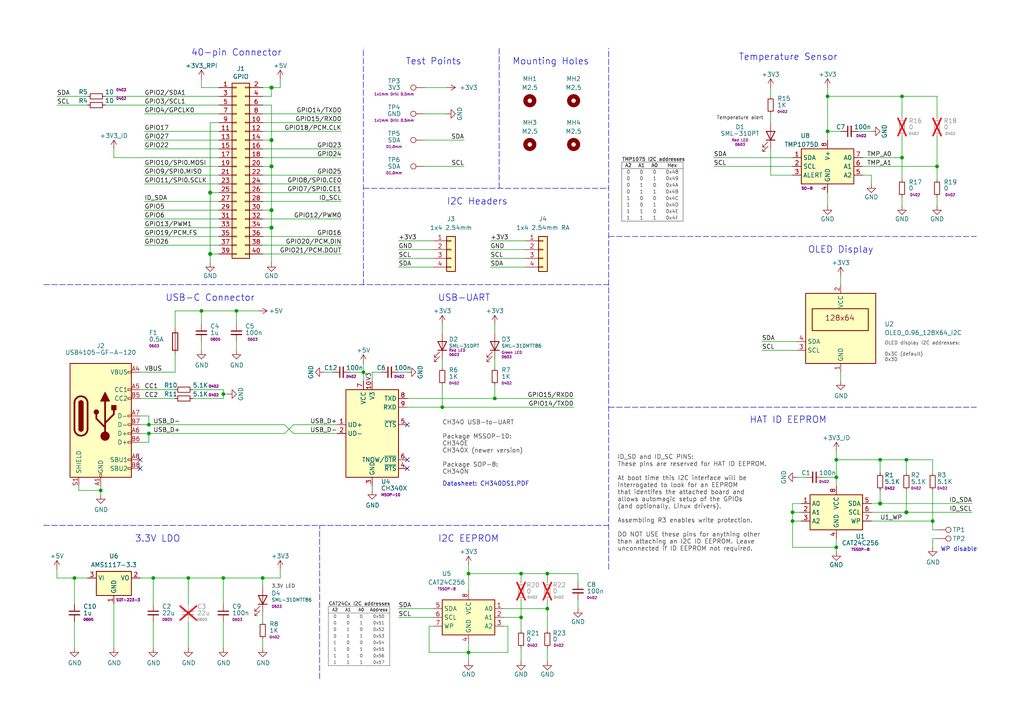
<source format=kicad_sch>
(kicad_sch (version 20250114) (generator "eeschema") (generator_version "9.0")
  (paper "A4")
  (title_block (title "Raspberry Pi I2C Board") (date "2025-12-28") (rev "1.0") (comment 1 "https://github.com/4x1md/rpi_zero_i2c_board") (comment 2 "4X1MD") (comment 3 "Dmitry Melnichansky") (comment 4 "Designed by"))
  (text "OLED Display" (at 243.84 73.66 0) (effects (font (size 1.905 1.905)) (justify bottom)))
  (text "USB-C Connector" (at 60.96 87.63 0) (effects (font (size 1.905 1.905)) (justify bottom)))
  (text "Mounting Holes" (at 148.59 19.05 0) (effects (font (size 1.905 1.905)) (justify left bottom)))
  (text "3.3V LED" (at 78.74 170.18 0) (effects (font (size 1 1)) (justify left)))
  (text "Test Points" (at 125.73 19.05 0) (effects (font (size 1.905 1.905)) (justify bottom)))
  (text "3.3V LDO" (at 45.72 157.48 0) (effects (font (size 1.905 1.905)) (justify bottom)))
  (text "USB-UART" (at 134.62 87.63 0) (effects (font (size 1.905 1.905)) (justify bottom)))
  (text "I2C EEPROM" (at 135.89 157.48 0) (effects (font (size 1.905 1.905)) (justify bottom)))
  (text "WP disable" (at 278.13 159.385 0) (effects (font (size 1.27 1.27))))
  (text "ID_SD and ID_SC PINS:\nThese pins are reserved for HAT ID EEPROM.\n\nAt boot time this I2C interface will be\ninterrogated to look for an EEPROM\nthat identifes the attached board and\nallows automagic setup of the GPIOs\n(and optionally, Linux drivers).\n\nAssembling R3 enables write protection.\n\nDO NOT USE these pins for anything other\nthan attaching an I2C ID EEPROM. Leave\nunconnected if ID EEPROM not required." (at 179.07 160.02 0) (effects (font (size 1.27 1.27)) (justify left bottom)))
  (text "CH340 USB-to-UART\n\nPackage MSSOP-10:\nCH340E\nCH340X (newer version)\n\nPackage SOP-8:\nCH340N" (at 128.27 121.92 0) (effects (font (size 1.27 1.27)) (justify left top)))
  (text "Datasheet: CH340DS1.PDF" (at 128.27 139.7 0) (effects (font (size 1.27 1.27)) (justify left top)))
  (text "40-pin Connector" (at 68.58 16.51 0) (effects (font (size 1.905 1.905)) (justify bottom)))
  (text "OLED display I2C addresses:\n\n0x3C (default)\n0x3D" (at 256.54 99.06 0) (effects (font (size 1 1) (thickness 0.125)) (justify left top)))
  (text "TMP1075 I2C addresses" (at 180.34 46.99 0) (effects (font (size 1 1) (thickness 0.2) (bold yes)) (justify left bottom)))
  (text "CAT24Cx I2C addresses" (at 95.25 175.895 0) (effects (font (size 1 1) (thickness 0.1778) (bold yes)) (justify left bottom)))
  (text "Temperature Sensor" (at 228.6 17.78 0) (effects (font (size 1.905 1.905)) (justify bottom)))
  (text "HAT ID EEPROM" (at 228.6 121.92 0) (effects (font (size 1.905 1.905))))
  (text "Temperature alert" (at 214.63 34.29 0) (effects (font (size 1 1))))
  (text "I2C Headers" (at 138.43 59.69 0) (effects (font (size 1.905 1.905)) (justify bottom)))
  (junction (at 261.62 27.94))
  (junction (at 78.74 60.96) (diameter 1.016))
  (junction (at 21.59 167.64))
  (junction (at 240.03 27.94))
  (junction (at 135.89 189.23))
  (junction (at 242.57 158.75))
  (junction (at 78.74 66.04) (diameter 1.016))
  (junction (at 255.27 146.05) (diameter 1.016))
  (junction (at 151.13 166.37))
  (junction (at 262.89 133.35))
  (junction (at 58.42 90.17))
  (junction (at 64.77 167.64))
  (junction (at 60.96 55.88) (diameter 1.016))
  (junction (at 261.62 45.72))
  (junction (at 54.61 167.64))
  (junction (at 78.74 48.26) (diameter 1.016))
  (junction (at 240.03 38.1))
  (junction (at 135.89 166.37))
  (junction (at 78.74 40.64) (diameter 1.016))
  (junction (at 270.51 151.13))
  (junction (at 229.87 148.59))
  (junction (at 105.41 107.95))
  (junction (at 64.77 114.3))
  (junction (at 68.58 90.17))
  (junction (at 43.18 123.19))
  (junction (at 271.78 48.26))
  (junction (at 44.45 167.64))
  (junction (at 143.51 115.57))
  (junction (at 43.18 125.73))
  (junction (at 158.75 176.53))
  (junction (at 255.27 133.35))
  (junction (at 229.87 151.13))
  (junction (at 242.57 138.43))
  (junction (at 76.2 167.64))
  (junction (at 158.75 166.37))
  (junction (at 242.57 133.35))
  (junction (at 128.27 118.11))
  (junction (at 60.96 73.66) (diameter 1.016))
  (junction (at 151.13 179.07))
  (junction (at 29.21 142.24))
  (junction (at 78.74 25.4) (diameter 1.016))
  (junction (at 262.89 148.59) (diameter 1.016))
  (no_connect (at 40.64 133.35))
  (no_connect (at 40.64 135.89))
  (no_connect (at 118.11 123.19))
  (no_connect (at 118.11 135.89))
  (no_connect (at 118.11 133.35))
  (wire (pts (xy 60.96 55.88) (xy 60.96 73.66)))
  (wire (pts (xy 76.2 55.88) (xy 99.06 55.88)))
  (wire (pts (xy 167.64 173.99) (xy 167.64 176.53)))
  (polyline (pts (xy 105.41 82.55) (xy 105.41 13.97)) (stroke (width 0) (type dash)))
  (wire (pts (xy 232.41 146.05) (xy 229.87 146.05)))
  (wire (pts (xy 124.46 189.23) (xy 135.89 189.23)))
  (wire (pts (xy 63.5 38.1) (xy 41.91 38.1)))
  (wire (pts (xy 223.52 25.4) (xy 223.52 27.94)))
  (wire (pts (xy 242.57 133.35) (xy 255.27 133.35)))
  (wire (pts (xy 262.89 133.35) (xy 255.27 133.35)))
  (wire (pts (xy 43.18 125.73) (xy 82.55 125.73)))
  (wire (pts (xy 158.75 187.96) (xy 158.75 191.77)))
  (wire (pts (xy 78.74 30.48) (xy 78.74 40.64)))
  (wire (pts (xy 78.74 48.26) (xy 76.2 48.26)))
  (wire (pts (xy 240.03 38.1) (xy 240.03 40.64)))
  (wire (pts (xy 158.75 173.99) (xy 158.75 176.53)))
  (wire (pts (xy 143.51 111.76) (xy 143.51 115.57)))
  (wire (pts (xy 220.98 99.06) (xy 231.14 99.06)))
  (wire (pts (xy 78.74 60.96) (xy 78.74 66.04)))
  (wire (pts (xy 115.57 179.07) (xy 125.73 179.07)))
  (wire (pts (xy 223.52 50.8) (xy 229.87 50.8)))
  (wire (pts (xy 151.13 179.07) (xy 151.13 182.88)))
  (wire (pts (xy 135.89 166.37) (xy 135.89 171.45)))
  (wire (pts (xy 242.57 158.75) (xy 229.87 158.75)))
  (wire (pts (xy 50.8 90.17) (xy 50.8 95.25)))
  (wire (pts (xy 78.74 48.26) (xy 78.74 60.96)))
  (wire (pts (xy 250.19 45.72) (xy 261.62 45.72)))
  (wire (pts (xy 44.45 167.64) (xy 44.45 175.26)))
  (wire (pts (xy 76.2 33.02) (xy 99.06 33.02)))
  (wire (pts (xy 60.96 35.56) (xy 60.96 55.88)))
  (wire (pts (xy 33.02 175.26) (xy 33.02 187.96)))
  (wire (pts (xy 229.87 148.59) (xy 232.41 148.59)))
  (wire (pts (xy 252.73 146.05) (xy 255.27 146.05)))
  (wire (pts (xy 255.27 146.05) (xy 281.94 146.05)))
  (wire (pts (xy 270.51 133.35) (xy 262.89 133.35)))
  (wire (pts (xy 29.21 140.97) (xy 29.21 142.24)))
  (wire (pts (xy 54.61 180.34) (xy 54.61 187.96)))
  (polyline (pts (xy 92.71 196.85) (xy 92.71 152.4)) (stroke (width 0) (type dash)))
  (wire (pts (xy 118.11 118.11) (xy 128.27 118.11)))
  (wire (pts (xy 58.42 90.17) (xy 68.58 90.17)))
  (wire (pts (xy 207.01 45.72) (xy 229.87 45.72)))
  (wire (pts (xy 29.21 142.24) (xy 29.21 143.51)))
  (wire (pts (xy 60.96 35.56) (xy 63.5 35.56)))
  (wire (pts (xy 252.73 151.13) (xy 270.51 151.13)))
  (wire (pts (xy 125.73 69.85) (xy 115.57 69.85)))
  (wire (pts (xy 76.2 53.34) (xy 99.06 53.34)))
  (wire (pts (xy 63.5 58.42) (xy 41.91 58.42)))
  (wire (pts (xy 115.57 176.53) (xy 125.73 176.53)))
  (wire (pts (xy 147.32 181.61) (xy 147.32 189.23)))
  (wire (pts (xy 41.91 60.96) (xy 63.5 60.96)))
  (wire (pts (xy 134.62 48.26) (xy 123.19 48.26)))
  (wire (pts (xy 43.18 125.73) (xy 40.64 125.73)))
  (wire (pts (xy 81.28 25.4) (xy 78.74 25.4)))
  (wire (pts (xy 146.05 179.07) (xy 151.13 179.07)))
  (wire (pts (xy 151.13 166.37) (xy 151.13 168.91)))
  (wire (pts (xy 60.96 55.88) (xy 63.5 55.88)))
  (wire (pts (xy 242.57 130.81) (xy 242.57 133.35)))
  (wire (pts (xy 107.95 107.95) (xy 107.95 110.49)))
  (wire (pts (xy 82.55 123.19) (xy 85.09 125.73)))
  (wire (pts (xy 123.19 33.02) (xy 129.54 33.02)))
  (wire (pts (xy 135.89 186.69) (xy 135.89 189.23)))
  (wire (pts (xy 76.2 43.18) (xy 99.06 43.18)))
  (wire (pts (xy 68.58 90.17) (xy 68.58 93.98)))
  (wire (pts (xy 21.59 180.34) (xy 21.59 187.96)))
  (wire (pts (xy 30.48 27.94) (xy 63.5 27.94)))
  (wire (pts (xy 44.45 167.64) (xy 54.61 167.64)))
  (wire (pts (xy 81.28 165.1) (xy 81.28 167.64)))
  (wire (pts (xy 167.64 166.37) (xy 167.64 168.91)))
  (wire (pts (xy 270.51 137.16) (xy 270.51 133.35)))
  (wire (pts (xy 76.2 73.66) (xy 99.06 73.66)))
  (wire (pts (xy 60.96 73.66) (xy 60.96 76.2)))
  (wire (pts (xy 41.91 40.64) (xy 63.5 40.64)))
  (wire (pts (xy 135.89 166.37) (xy 151.13 166.37)))
  (wire (pts (xy 262.89 142.24) (xy 262.89 148.59)))
  (wire (pts (xy 229.87 146.05) (xy 229.87 148.59)))
  (wire (pts (xy 58.42 22.86) (xy 58.42 25.4)))
  (wire (pts (xy 66.04 114.3) (xy 64.77 114.3)))
  (wire (pts (xy 76.2 167.64) (xy 76.2 170.18)))
  (wire (pts (xy 43.18 128.27) (xy 43.18 125.73)))
  (wire (pts (xy 50.8 107.95) (xy 40.64 107.95)))
  (wire (pts (xy 125.73 74.93) (xy 115.57 74.93)))
  (wire (pts (xy 78.74 66.04) (xy 76.2 66.04)))
  (wire (pts (xy 68.58 90.17) (xy 74.93 90.17)))
  (wire (pts (xy 43.18 123.19) (xy 82.55 123.19)))
  (wire (pts (xy 40.64 123.19) (xy 43.18 123.19)))
  (wire (pts (xy 16.51 167.64) (xy 21.59 167.64)))
  (wire (pts (xy 85.09 123.19) (xy 97.79 123.19)))
  (wire (pts (xy 50.8 102.87) (xy 50.8 107.95)))
  (wire (pts (xy 261.62 45.72) (xy 261.62 52.07)))
  (wire (pts (xy 30.48 30.48) (xy 63.5 30.48)))
  (wire (pts (xy 40.64 167.64) (xy 44.45 167.64)))
  (wire (pts (xy 151.13 166.37) (xy 158.75 166.37)))
  (wire (pts (xy 270.51 153.67) (xy 270.51 151.13)))
  (wire (pts (xy 76.2 185.42) (xy 76.2 187.96)))
  (wire (pts (xy 229.87 151.13) (xy 232.41 151.13)))
  (wire (pts (xy 41.91 53.34) (xy 63.5 53.34)))
  (polyline (pts (xy 12.7 82.55) (xy 176.53 82.55)) (stroke (width 0) (type dash)))
  (wire (pts (xy 220.98 101.6) (xy 231.14 101.6)))
  (wire (pts (xy 250.19 48.26) (xy 271.78 48.26)))
  (wire (pts (xy 40.64 113.03) (xy 50.8 113.03)))
  (wire (pts (xy 270.51 142.24) (xy 270.51 151.13)))
  (wire (pts (xy 125.73 181.61) (xy 124.46 181.61)))
  (wire (pts (xy 146.05 181.61) (xy 147.32 181.61)))
  (wire (pts (xy 271.78 153.67) (xy 270.51 153.67)))
  (wire (pts (xy 123.19 25.4) (xy 129.54 25.4)))
  (wire (pts (xy 207.01 48.26) (xy 229.87 48.26)))
  (wire (pts (xy 78.74 25.4) (xy 78.74 27.94)))
  (polyline (pts (xy 176.53 68.58) (xy 283.21 68.58)) (stroke (width 0) (type dash)))
  (wire (pts (xy 64.77 180.34) (xy 64.77 187.96)))
  (wire (pts (xy 78.74 40.64) (xy 78.74 48.26)))
  (wire (pts (xy 76.2 38.1) (xy 99.06 38.1)))
  (wire (pts (xy 78.74 40.64) (xy 76.2 40.64)))
  (polyline (pts (xy 176.53 118.11) (xy 283.21 118.11)) (stroke (width 0) (type dash)))
  (wire (pts (xy 55.88 113.03) (xy 64.77 113.03)))
  (wire (pts (xy 81.28 22.86) (xy 81.28 25.4)))
  (wire (pts (xy 243.84 107.95) (xy 243.84 110.49)))
  (wire (pts (xy 242.57 138.43) (xy 242.57 140.97)))
  (wire (pts (xy 105.41 105.41) (xy 105.41 107.95)))
  (wire (pts (xy 43.18 120.65) (xy 43.18 123.19)))
  (wire (pts (xy 41.91 33.02) (xy 63.5 33.02)))
  (wire (pts (xy 255.27 133.35) (xy 255.27 137.16)))
  (wire (pts (xy 240.03 55.88) (xy 240.03 59.69)))
  (wire (pts (xy 271.78 48.26) (xy 271.78 52.07)))
  (wire (pts (xy 78.74 25.4) (xy 76.2 25.4)))
  (wire (pts (xy 50.8 90.17) (xy 58.42 90.17)))
  (wire (pts (xy 128.27 104.14) (xy 128.27 106.68)))
  (wire (pts (xy 261.62 27.94) (xy 271.78 27.94)))
  (wire (pts (xy 64.77 167.64) (xy 64.77 175.26)))
  (wire (pts (xy 76.2 45.72) (xy 99.06 45.72)))
  (wire (pts (xy 76.2 35.56) (xy 99.06 35.56)))
  (polyline (pts (xy 12.7 152.4) (xy 176.53 152.4)) (stroke (width 0) (type dash)))
  (wire (pts (xy 40.64 115.57) (xy 50.8 115.57)))
  (wire (pts (xy 58.42 99.06) (xy 58.42 101.6)))
  (wire (pts (xy 255.27 142.24) (xy 255.27 146.05)))
  (polyline (pts (xy 176.53 165.1) (xy 176.53 13.97)) (stroke (width 0) (type dash)))
  (wire (pts (xy 252.73 148.59) (xy 262.89 148.59)))
  (wire (pts (xy 262.89 148.59) (xy 281.94 148.59)))
  (wire (pts (xy 82.55 125.73) (xy 85.09 123.19)))
  (wire (pts (xy 271.78 156.21) (xy 270.51 156.21)))
  (wire (pts (xy 242.57 156.21) (xy 242.57 158.75)))
  (wire (pts (xy 152.4 72.39) (xy 142.24 72.39)))
  (wire (pts (xy 123.19 40.64) (xy 134.62 40.64)))
  (wire (pts (xy 229.87 158.75) (xy 229.87 151.13)))
  (wire (pts (xy 252.73 50.8) (xy 252.73 53.34)))
  (wire (pts (xy 41.91 43.18) (xy 63.5 43.18)))
  (wire (pts (xy 41.91 50.8) (xy 63.5 50.8)))
  (wire (pts (xy 152.4 74.93) (xy 142.24 74.93)))
  (wire (pts (xy 152.4 69.85) (xy 142.24 69.85)))
  (wire (pts (xy 128.27 111.76) (xy 128.27 118.11)))
  (wire (pts (xy 76.2 177.8) (xy 76.2 180.34)))
  (wire (pts (xy 240.03 38.1) (xy 243.84 38.1)))
  (wire (pts (xy 41.91 63.5) (xy 63.5 63.5)))
  (wire (pts (xy 242.57 133.35) (xy 242.57 138.43)))
  (wire (pts (xy 115.57 107.95) (xy 118.11 107.95)))
  (wire (pts (xy 78.74 27.94) (xy 76.2 27.94)))
  (wire (pts (xy 64.77 115.57) (xy 64.77 114.3)))
  (wire (pts (xy 261.62 39.37) (xy 261.62 45.72)))
  (wire (pts (xy 261.62 27.94) (xy 261.62 34.29)))
  (wire (pts (xy 229.87 148.59) (xy 229.87 151.13)))
  (wire (pts (xy 231.14 138.43) (xy 233.68 138.43)))
  (wire (pts (xy 250.19 50.8) (xy 252.73 50.8)))
  (wire (pts (xy 16.51 165.1) (xy 16.51 167.64)))
  (wire (pts (xy 41.91 68.58) (xy 63.5 68.58)))
  (wire (pts (xy 16.51 30.48) (xy 25.4 30.48)))
  (wire (pts (xy 76.2 68.58) (xy 99.06 68.58)))
  (wire (pts (xy 147.32 189.23) (xy 135.89 189.23)))
  (wire (pts (xy 158.75 166.37) (xy 167.64 166.37)))
  (wire (pts (xy 93.98 107.95) (xy 96.52 107.95)))
  (wire (pts (xy 240.03 27.94) (xy 261.62 27.94)))
  (wire (pts (xy 76.2 63.5) (xy 99.06 63.5)))
  (wire (pts (xy 60.96 73.66) (xy 63.5 73.66)))
  (wire (pts (xy 143.51 93.98) (xy 143.51 96.52)))
  (wire (pts (xy 64.77 114.3) (xy 64.77 113.03)))
  (wire (pts (xy 76.2 71.12) (xy 99.06 71.12)))
  (wire (pts (xy 135.89 189.23) (xy 135.89 191.77)))
  (wire (pts (xy 54.61 167.64) (xy 54.61 175.26)))
  (wire (pts (xy 78.74 30.48) (xy 76.2 30.48)))
  (wire (pts (xy 143.51 104.14) (xy 143.51 106.68)))
  (wire (pts (xy 124.46 181.61) (xy 124.46 189.23)))
  (wire (pts (xy 143.51 115.57) (xy 166.37 115.57)))
  (wire (pts (xy 22.86 142.24) (xy 29.21 142.24)))
  (wire (pts (xy 41.91 71.12) (xy 63.5 71.12)))
  (wire (pts (xy 128.27 93.98) (xy 128.27 96.52)))
  (wire (pts (xy 271.78 27.94) (xy 271.78 34.29)))
  (wire (pts (xy 107.95 140.97) (xy 107.95 142.24)))
  (wire (pts (xy 68.58 99.06) (xy 68.58 101.6)))
  (wire (pts (xy 158.75 166.37) (xy 158.75 168.91)))
  (wire (pts (xy 135.89 163.83) (xy 135.89 166.37)))
  (wire (pts (xy 125.73 72.39) (xy 115.57 72.39)))
  (wire (pts (xy 242.57 158.75) (xy 242.57 160.02)))
  (polyline (pts (xy 105.41 54.61) (xy 176.53 54.61)) (stroke (width 0) (type dash)))
  (wire (pts (xy 21.59 167.64) (xy 25.4 167.64)))
  (wire (pts (xy 261.62 57.15) (xy 261.62 59.69)))
  (wire (pts (xy 64.77 167.64) (xy 76.2 167.64)))
  (wire (pts (xy 105.41 107.95) (xy 105.41 110.49)))
  (wire (pts (xy 44.45 180.34) (xy 44.45 187.96)))
  (wire (pts (xy 151.13 173.99) (xy 151.13 179.07)))
  (wire (pts (xy 118.11 115.57) (xy 143.51 115.57)))
  (wire (pts (xy 78.74 66.04) (xy 78.74 76.2)))
  (wire (pts (xy 240.03 25.4) (xy 240.03 27.94)))
  (wire (pts (xy 76.2 50.8) (xy 99.06 50.8)))
  (wire (pts (xy 63.5 66.04) (xy 41.91 66.04)))
  (wire (pts (xy 55.88 115.57) (xy 64.77 115.57)))
  (wire (pts (xy 85.09 125.73) (xy 97.79 125.73)))
  (wire (pts (xy 142.24 77.47) (xy 152.4 77.47)))
  (wire (pts (xy 40.64 120.65) (xy 43.18 120.65)))
  (wire (pts (xy 223.52 33.02) (xy 223.52 35.56)))
  (wire (pts (xy 238.76 138.43) (xy 242.57 138.43)))
  (polyline (pts (xy 144.78 54.61) (xy 144.78 13.97)) (stroke (width 0) (type dash)))
  (wire (pts (xy 78.74 60.96) (xy 76.2 60.96)))
  (wire (pts (xy 33.02 45.72) (xy 33.02 43.18)))
  (wire (pts (xy 58.42 25.4) (xy 63.5 25.4)))
  (wire (pts (xy 115.57 77.47) (xy 125.73 77.47)))
  (wire (pts (xy 223.52 43.18) (xy 223.52 50.8)))
  (wire (pts (xy 54.61 167.64) (xy 64.77 167.64)))
  (wire (pts (xy 40.64 128.27) (xy 43.18 128.27)))
  (wire (pts (xy 107.95 107.95) (xy 110.49 107.95)))
  (wire (pts (xy 146.05 176.53) (xy 158.75 176.53)))
  (wire (pts (xy 270.51 156.21) (xy 270.51 158.75)))
  (wire (pts (xy 271.78 39.37) (xy 271.78 48.26)))
  (wire (pts (xy 243.84 80.01) (xy 243.84 82.55)))
  (wire (pts (xy 22.86 142.24) (xy 22.86 140.97)))
  (wire (pts (xy 21.59 175.26) (xy 21.59 167.64)))
  (wire (pts (xy 81.28 167.64) (xy 76.2 167.64)))
  (wire (pts (xy 262.89 133.35) (xy 262.89 137.16)))
  (wire (pts (xy 25.4 27.94) (xy 16.51 27.94)))
  (wire (pts (xy 128.27 118.11) (xy 166.37 118.11)))
  (wire (pts (xy 63.5 48.26) (xy 41.91 48.26)))
  (wire (pts (xy 76.2 58.42) (xy 99.06 58.42)))
  (wire (pts (xy 58.42 90.17) (xy 58.42 93.98)))
  (wire (pts (xy 248.92 38.1) (xy 252.73 38.1)))
  (wire (pts (xy 151.13 187.96) (xy 151.13 191.77)))
  (wire (pts (xy 158.75 176.53) (xy 158.75 182.88)))
  (wire (pts (xy 101.6 107.95) (xy 105.41 107.95)))
  (wire (pts (xy 240.03 27.94) (xy 240.03 38.1)))
  (wire (pts (xy 33.02 45.72) (xy 63.5 45.72)))
  (wire (pts (xy 271.78 57.15) (xy 271.78 59.69)))
  (table (column_count 4) (border (external yes) (header yes) (stroke (width 0.0254) (color 72 72 72 1))) (separators (rows no) (cols no)) (column_widths 3.81 3.81 3.81 6.35) (row_heights 1.905 1.905 1.905 1.905 1.905 1.905 1.905 1.905 1.905) (cells (table_cell "A2" (at 95.25 175.895 0) (size 3.81 1.905) (margins 0.254 0.254 0.254 0.254) (span 1 1)) (table_cell "A1" (at 99.06 175.895 0) (size 3.81 1.905) (margins 0.254 0.254 0.254 0.254) (span 1 1)) (table_cell "A0" (at 102.87 175.895 0) (size 3.81 1.905) (margins 0.254 0.254 0.254 0.254) (span 1 1)) (table_cell "Address" (at 106.68 175.895 0) (size 6.35 1.905) (margins 0.254 0.254 0.254 0.254) (span 1 1)) (table_cell "0" (at 95.25 177.8 0) (size 3.81 1.905) (margins 0.254 0.254 0.254 0.254) (span 1 1)) (table_cell "0" (at 99.06 177.8 0) (size 3.81 1.905) (margins 0.254 0.254 0.254 0.254) (span 1 1)) (table_cell "0" (at 102.87 177.8 0) (size 3.81 1.905) (margins 0.254 0.254 0.254 0.254) (span 1 1)) (table_cell "0x50" (at 106.68 177.8 0) (size 6.35 1.905) (margins 0.254 0.254 0.254 0.254) (span 1 1)) (table_cell "0" (at 95.25 179.705 0) (size 3.81 1.905) (margins 0.254 0.254 0.254 0.254) (span 1 1)) (table_cell "0" (at 99.06 179.705 0) (size 3.81 1.905) (margins 0.254 0.254 0.254 0.254) (span 1 1)) (table_cell "1" (at 102.87 179.705 0) (size 3.81 1.905) (margins 0.254 0.254 0.254 0.254) (span 1 1)) (table_cell "0x51" (at 106.68 179.705 0) (size 6.35 1.905) (margins 0.254 0.254 0.254 0.254) (span 1 1)) (table_cell "0" (at 95.25 181.61 0) (size 3.81 1.905) (margins 0.254 0.254 0.254 0.254) (span 1 1)) (table_cell "1" (at 99.06 181.61 0) (size 3.81 1.905) (margins 0.254 0.254 0.254 0.254) (span 1 1)) (table_cell "0" (at 102.87 181.61 0) (size 3.81 1.905) (margins 0.254 0.254 0.254 0.254) (span 1 1)) (table_cell "0x52" (at 106.68 181.61 0) (size 6.35 1.905) (margins 0.254 0.254 0.254 0.254) (span 1 1)) (table_cell "0" (at 95.25 183.515 0) (size 3.81 1.905) (margins 0.254 0.254 0.254 0.254) (span 1 1)) (table_cell "1" (at 99.06 183.515 0) (size 3.81 1.905) (margins 0.254 0.254 0.254 0.254) (span 1 1)) (table_cell "1" (at 102.87 183.515 0) (size 3.81 1.905) (margins 0.254 0.254 0.254 0.254) (span 1 1)) (table_cell "0x53" (at 106.68 183.515 0) (size 6.35 1.905) (margins 0.254 0.254 0.254 0.254) (span 1 1)) (table_cell "1" (at 95.25 185.42 0) (size 3.81 1.905) (margins 0.254 0.254 0.254 0.254) (span 1 1)) (table_cell "0" (at 99.06 185.42 0) (size 3.81 1.905) (margins 0.254 0.254 0.254 0.254) (span 1 1)) (table_cell "0" (at 102.87 185.42 0) (size 3.81 1.905) (margins 0.254 0.254 0.254 0.254) (span 1 1)) (table_cell "0x54" (at 106.68 185.42 0) (size 6.35 1.905) (margins 0.254 0.254 0.254 0.254) (span 1 1)) (table_cell "1" (at 95.25 187.325 0) (size 3.81 1.905) (margins 0.254 0.254 0.254 0.254) (span 1 1)) (table_cell "0" (at 99.06 187.325 0) (size 3.81 1.905) (margins 0.254 0.254 0.254 0.254) (span 1 1)) (table_cell "1" (at 102.87 187.325 0) (size 3.81 1.905) (margins 0.254 0.254 0.254 0.254) (span 1 1)) (table_cell "0x55" (at 106.68 187.325 0) (size 6.35 1.905) (margins 0.254 0.254 0.254 0.254) (span 1 1)) (table_cell "1" (at 95.25 189.23 0) (size 3.81 1.905) (margins 0.254 0.254 0.254 0.254) (span 1 1)) (table_cell "1" (at 99.06 189.23 0) (size 3.81 1.905) (margins 0.254 0.254 0.254 0.254) (span 1 1)) (table_cell "0" (at 102.87 189.23 0) (size 3.81 1.905) (margins 0.254 0.254 0.254 0.254) (span 1 1)) (table_cell "0x56" (at 106.68 189.23 0) (size 6.35 1.905) (margins 0.254 0.254 0.254 0.254) (span 1 1)) (table_cell "1" (at 95.25 191.135 0) (size 3.81 1.905) (margins 0.254 0.254 0.254 0.254) (span 1 1)) (table_cell "1" (at 99.06 191.135 0) (size 3.81 1.905) (margins 0.254 0.254 0.254 0.254) (span 1 1)) (table_cell "1" (at 102.87 191.135 0) (size 3.81 1.905) (margins 0.254 0.254 0.254 0.254) (span 1 1)) (table_cell "0x57" (at 106.68 191.135 0) (size 6.35 1.905) (margins 0.254 0.254 0.254 0.254) (span 1 1))))
  (table (column_count 4) (border (external yes) (header yes) (stroke (width 0.0254) (color 72 72 72 1))) (separators (rows no) (cols no)) (column_widths 3.81 3.81 3.81 6.35) (row_heights 1.905 1.905 1.905 1.905 1.905 1.905 1.905 1.905 1.905) (cells (table_cell "A2" (at 180.34 46.99 0) (size 3.81 1.905) (margins 0.254 0.254 0.254 0.254) (span 1 1)) (table_cell "A1" (at 184.15 46.99 0) (size 3.81 1.905) (margins 0.254 0.254 0.254 0.254) (span 1 1)) (table_cell "A0" (at 187.96 46.99 0) (size 3.81 1.905) (margins 0.254 0.254 0.254 0.254) (span 1 1)) (table_cell "Hex" (at 191.77 46.99 0) (size 6.35 1.905) (margins 0.9525 0.9525 0.9525 0.9525) (span 1 1)) (table_cell "0" (at 180.34 48.895 0) (size 3.81 1.905) (margins 0.254 0.254 0.254 0.254) (span 1 1)) (table_cell "0" (at 184.15 48.895 0) (size 3.81 1.905) (margins 0.254 0.254 0.254 0.254) (span 1 1)) (table_cell "0" (at 187.96 48.895 0) (size 3.81 1.905) (margins 0.254 0.254 0.254 0.254) (span 1 1)) (table_cell "0x48" (at 191.77 48.895 0) (size 6.35 1.905) (margins 0.9525 0.9525 0.9525 0.9525) (span 1 1)) (table_cell "0" (at 180.34 50.8 0) (size 3.81 1.905) (margins 0.254 0.254 0.254 0.254) (span 1 1)) (table_cell "0" (at 184.15 50.8 0) (size 3.81 1.905) (margins 0.254 0.254 0.254 0.254) (span 1 1)) (table_cell "1" (at 187.96 50.8 0) (size 3.81 1.905) (margins 0.254 0.254 0.254 0.254) (span 1 1)) (table_cell "0x49" (at 191.77 50.8 0) (size 6.35 1.905) (margins 0.9525 0.9525 0.9525 0.9525) (span 1 1)) (table_cell "0" (at 180.34 52.705 0) (size 3.81 1.905) (margins 0.254 0.254 0.254 0.254) (span 1 1)) (table_cell "1" (at 184.15 52.705 0) (size 3.81 1.905) (margins 0.254 0.254 0.254 0.254) (span 1 1)) (table_cell "0" (at 187.96 52.705 0) (size 3.81 1.905) (margins 0.254 0.254 0.254 0.254) (span 1 1)) (table_cell "0x4A" (at 191.77 52.705 0) (size 6.35 1.905) (margins 0.9525 0.9525 0.9525 0.9525) (span 1 1)) (table_cell "0" (at 180.34 54.61 0) (size 3.81 1.905) (margins 0.254 0.254 0.254 0.254) (span 1 1)) (table_cell "1" (at 184.15 54.61 0) (size 3.81 1.905) (margins 0.254 0.254 0.254 0.254) (span 1 1)) (table_cell "1" (at 187.96 54.61 0) (size 3.81 1.905) (margins 0.254 0.254 0.254 0.254) (span 1 1)) (table_cell "0x4B" (at 191.77 54.61 0) (size 6.35 1.905) (margins 0.9525 0.9525 0.9525 0.9525) (span 1 1)) (table_cell "1" (at 180.34 56.515 0) (size 3.81 1.905) (margins 0.254 0.254 0.254 0.254) (span 1 1)) (table_cell "0" (at 184.15 56.515 0) (size 3.81 1.905) (margins 0.254 0.254 0.254 0.254) (span 1 1)) (table_cell "0" (at 187.96 56.515 0) (size 3.81 1.905) (margins 0.254 0.254 0.254 0.254) (span 1 1)) (table_cell "0x4C" (at 191.77 56.515 0) (size 6.35 1.905) (margins 0.9525 0.9525 0.9525 0.9525) (span 1 1)) (table_cell "1" (at 180.34 58.42 0) (size 3.81 1.905) (margins 0.254 0.254 0.254 0.254) (span 1 1)) (table_cell "0" (at 184.15 58.42 0) (size 3.81 1.905) (margins 0.254 0.254 0.254 0.254) (span 1 1)) (table_cell "1" (at 187.96 58.42 0) (size 3.81 1.905) (margins 0.254 0.254 0.254 0.254) (span 1 1)) (table_cell "0x4D" (at 191.77 58.42 0) (size 6.35 1.905) (margins 0.9525 0.9525 0.9525 0.9525) (span 1 1)) (table_cell "1" (at 180.34 60.325 0) (size 3.81 1.905) (margins 0.254 0.254 0.254 0.254) (span 1 1)) (table_cell "1" (at 184.15 60.325 0) (size 3.81 1.905) (margins 0.254 0.254 0.254 0.254) (span 1 1)) (table_cell "0" (at 187.96 60.325 0) (size 3.81 1.905) (margins 0.254 0.254 0.254 0.254) (span 1 1)) (table_cell "0x4E" (at 191.77 60.325 0) (size 6.35 1.905) (margins 0.9525 0.9525 0.9525 0.9525) (span 1 1)) (table_cell "1" (at 180.34 62.23 0) (size 3.81 1.905) (margins 0.254 0.254 0.254 0.254) (span 1 1)) (table_cell "1" (at 184.15 62.23 0) (size 3.81 1.905) (margins 0.254 0.254 0.254 0.254) (span 1 1)) (table_cell "1" (at 187.96 62.23 0) (size 3.81 1.905) (margins 0.254 0.254 0.254 0.254) (span 1 1)) (table_cell "0x4F" (at 191.77 62.23 0) (size 6.35 1.905) (margins 0.9525 0.9525 0.9525 0.9525) (span 1 1))))
  (label "VBUS" (at 41.91 107.95 0))
  (label "SCL" (at 142.24 74.93 0))
  (label "ID_SDA" (at 41.91 58.42 0))
  (label "GPIO6" (at 41.91 63.5 0))
  (label "USB_D-" (at 44.45 123.19 0))
  (label "ID_SDA" (at 281.94 146.05 180))
  (label "SCL" (at 207.01 48.26 0))
  (label "U1_WP" (at 255.27 151.13 0))
  (label "ID_SCL" (at 99.06 58.42 180))
  (label "GPIO5" (at 41.91 60.96 0))
  (label "GPIO21{slash}PCM.DOUT" (at 99.06 73.66 180))
  (label "GPIO19{slash}PCM.FS" (at 41.91 68.58 0))
  (label "USB_D-" (at 97.79 125.73 180))
  (label "GPIO10{slash}SPI0.MOSI" (at 41.91 48.26 0))
  (label "GPIO9{slash}SPI0.MISO" (at 41.91 50.8 0))
  (label "GPIO23" (at 99.06 43.18 180))
  (label "TMP_A1" (at 251.46 48.26 0))
  (label "GPIO15{slash}RXD0" (at 166.37 115.57 180))
  (label "GPIO4{slash}GPCLK0" (at 41.91 33.02 0))
  (label "SCL" (at 134.62 48.26 180))
  (label "GPIO27" (at 41.91 40.64 0))
  (label "CC2" (at 41.91 115.57 0))
  (label "SDA" (at 142.24 77.47 0))
  (label "GPIO26" (at 41.91 71.12 0))
  (label "GPIO14{slash}TXD0" (at 99.06 33.02 180))
  (label "GPIO8{slash}SPI0.CE0" (at 99.06 53.34 180))
  (label "GPIO15{slash}RXD0" (at 99.06 35.56 180))
  (label "V3" (at 107.95 107.95 270))
  (label "GPIO16" (at 99.06 68.58 180))
  (label "TMP_A0" (at 251.46 45.72 0))
  (label "SDA" (at 16.51 27.94 0))
  (label "SDA" (at 207.01 45.72 0))
  (label "GPIO22" (at 41.91 43.18 0))
  (label "SDA" (at 115.57 176.53 0))
  (label "CC1" (at 41.91 113.03 0))
  (label "GPIO2{slash}SDA1" (at 41.91 27.94 0))
  (label "GPIO17" (at 41.91 38.1 0))
  (label "SDA" (at 134.62 40.64 180))
  (label "SCL" (at 220.98 101.6 0))
  (label "GPIO25" (at 99.06 50.8 180))
  (label "GPIO3{slash}SCL1" (at 41.91 30.48 0))
  (label "GND" (at 115.57 72.39 0))
  (label "GPIO18{slash}PCM.CLK" (at 99.06 38.1 180))
  (label "GPIO12{slash}PWM0" (at 99.06 63.5 180))
  (label "GND" (at 142.24 72.39 0))
  (label "GPIO13{slash}PWM1" (at 41.91 66.04 0))
  (label "SCL" (at 115.57 74.93 0))
  (label "GPIO20{slash}PCM.DIN" (at 99.06 71.12 180))
  (label "GPIO24" (at 99.06 45.72 180))
  (label "GPIO7{slash}SPI0.CE1" (at 99.06 55.88 180))
  (label "GPIO14{slash}TXD0" (at 166.37 118.11 180))
  (label "+3V3" (at 115.57 69.85 0))
  (label "SDA" (at 220.98 99.06 0))
  (label "SDA" (at 115.57 77.47 0))
  (label "SCL" (at 115.57 179.07 0))
  (label "SCL" (at 16.51 30.48 0))
  (label "ID_SCL" (at 281.94 148.59 180))
  (label "USB_D+" (at 44.45 125.73 0))
  (label "USB_D+" (at 97.79 123.19 180))
  (label "+3V3" (at 142.24 69.85 0))
  (label "GPIO11{slash}SPI0.SCLK" (at 41.91 53.34 0))
  (symbol (lib_id "power:+5V") (at 81.28 22.86 0) (unit 1)
    (property "Reference" "#PWR01" (effects (hide yes)))
    (property "Value" "+5V" (at 81.28 19.05 0))
  )
  (symbol (lib_id "power:+3.3V") (at 58.42 22.86 0) (unit 1)
    (property "Reference" "#PWR04" (effects (hide yes)))
    (property "Value" "+3V3_RPI" (at 58.42 19.05 0))
  )
  (symbol (lib_id "power:GND") (at 78.74 76.2 0) (unit 1)
    (property "Reference" "#PWR02" (effects (hide yes)))
    (property "Value" "GND" (at 78.74 80.01 0))
  )
  (symbol (lib_id "power:GND") (at 60.96 76.2 0) (unit 1)
    (property "Reference" "#PWR03" (effects (hide yes)))
    (property "Value" "GND" (at 60.96 80.01 0))
  )
  (symbol (lib_id "Connector_Generic:Conn_02x20_Odd_Even") (at 68.58 48.26 0) (unit 1) (in_bom no)
    (property "Reference" "J1" (at 69.85 19.9198 0))
    (property "Value" "GPIO" (at 69.85 22.225 0))
    (property "Footprint" "Connector_PinSocket_2.54mm:PinSocket_2x20_P2.54mm_Vertical" (effects (hide yes)))
  )
  (symbol (lib_id "Device:C_Small") (at 246.38 38.1 90) (unit 1)
    (property "Reference" "C7" (at 243.84 36.83 90))
    (property "Value" "100n" (at 250.19 36.83 90))
    (property "Footprint" "Capacitor_SMD:C_0402_1005Metric" (effects (hide yes)))
    (property "FP" "0402" (at 248.285 39.37 90) (effects (font (size 0.762 0.762)) (justify right)))
    (property "LSCS #" "C1525" (effects (hide yes)))
  )
  (symbol (lib_id "power:GND") (at 240.03 59.69 0) (unit 1)
    (property "Reference" "#PWR026" (effects (hide yes)))
    (property "Value" "GND" (at 240.03 63.5 0))
  )
  (symbol (lib_id "power:GND") (at 93.98 107.95 270) (unit 1)
    (property "Reference" "#PWR041" (effects (hide yes)))
    (property "Value" "GND" (at 90.17 107.95 0))
  )
  (symbol (lib_id "power:GND") (at 135.89 191.77 0) (unit 1)
    (property "Reference" "#PWR033" (effects (hide yes)))
    (property "Value" "GND" (at 135.89 195.58 0))
  )
  (symbol (lib_id "Connector:TestPoint") (at 123.19 25.4 90) (unit 1) (in_bom no)
    (property "Reference" "TP3" (at 114.3 23.495 90))
    (property "Value" "3V3" (at 114.3 25.4 90))
    (property "Footprint" "TestPoint:TestPoint_THTPad_1.0x1.0mm_Drill0.5mm" (effects (hide yes)))
    (property "Description" "test point" (effects (hide yes)))
    (property "FP" "1x1mm Drill 0.5mm" (at 114.3 27.305 90) (effects (font (size 0.762 0.762))))
  )
  (symbol (lib_name "C_Small_1") (lib_id "Device:C_Small") (at 236.22 138.43 270) (unit 1)
    (property "Reference" "C1" (at 232.41 137.16 90) (effects (justify left)))
    (property "Value" "100n" (at 237.49 137.16 90) (effects (justify left)))
    (property "Footprint" "Capacitor_SMD:C_0402_1005Metric" (effects (hide yes)))
    (property "FP" "0402" (at 237.49 139.7 90) (effects (font (size 0.762 0.762)) (justify left)))
    (property "LSCS #" "C1525" (effects (hide yes)))
  )
  (symbol (lib_id "Device:C_Small") (at 21.59 177.8 0) (unit 1)
    (property "Reference" "C10" (at 24.13 175.895 0) (effects (justify left)))
    (property "Value" "1u" (at 24.13 177.8 0) (effects (justify left)))
    (property "Footprint" "Capacitor_SMD:C_0805_2012Metric" (effects (hide yes)))
    (property "FP" "0805" (at 24.13 179.705 0) (effects (font (size 0.762 0.762)) (justify left)))
    (property "LSCS #" "C28323" (effects (hide yes)))
  )
  (symbol (lib_id "power:+3.3V") (at 223.52 25.4 0) (unit 1)
    (property "Reference" "#PWR027" (effects (hide yes)))
    (property "Value" "+3V3" (at 223.52 21.59 0))
  )
  (symbol (lib_id "power:GND") (at 167.64 176.53 0) (unit 1)
    (property "Reference" "#PWR034" (effects (hide yes)))
    (property "Value" "GND" (at 167.64 180.34 0))
  )
  (symbol (lib_id "Device:C_Small") (at 167.64 171.45 0) (unit 1)
    (property "Reference" "C8" (at 170.18 169.545 0) (effects (justify left)))
    (property "Value" "100n" (at 170.18 171.45 0) (effects (justify left)))
    (property "Footprint" "Capacitor_SMD:C_0402_1005Metric" (effects (hide yes)))
    (property "FP" "0402" (at 170.18 173.355 0) (effects (font (size 0.762 0.762)) (justify left)))
    (property "LSCS #" "C1525" (effects (hide yes)))
  )
  (symbol (lib_id "Device:R_Small") (at 270.51 139.7 0) (unit 1)
    (property "Reference" "R3" (at 271.78 137.795 0) (effects (justify left)))
    (property "Value" "5.1K" (at 271.78 139.7 0) (effects (justify left)))
    (property "Footprint" "Resistor_SMD:R_0402_1005Metric" (effects (hide yes)))
    (property "FP" "0402" (at 271.78 141.605 0) (effects (font (size 0.762 0.762)) (justify left)))
    (property "LSCS #" "C25905" (effects (hide yes)))
  )
  (symbol (lib_id "power:+3.3V") (at 129.54 25.4 270) (unit 1)
    (property "Reference" "#PWR017" (effects (hide yes)))
    (property "Value" "+3V3" (at 135.89 25.4 90))
  )
  (symbol (lib_id "power:GND") (at 158.75 191.77 0) (unit 1)
    (property "Reference" "#PWR036" (effects (hide yes)))
    (property "Value" "GND" (at 158.75 195.58 0))
  )
  (symbol (lib_id "power:+3.3V") (at 240.03 25.4 0) (unit 1)
    (property "Reference" "#PWR025" (effects (hide yes)))
    (property "Value" "+3V3" (at 240.03 21.59 0))
  )
  (symbol (lib_id "power:GND") (at 21.59 187.96 0) (unit 1)
    (property "Reference" "#PWR037" (effects (hide yes)))
    (property "Value" "GND" (at 21.7043 192.2844 0))
  )
  (symbol (lib_id "Device:R_Small") (at 255.27 139.7 0) (unit 1)
    (property "Reference" "R1" (at 256.54 137.795 0) (effects (justify left)))
    (property "Value" "5.1K" (at 256.54 139.7 0) (effects (justify left)))
    (property "Footprint" "Resistor_SMD:R_0402_1005Metric" (effects (hide yes)))
    (property "FP" "0402" (at 256.54 141.605 0) (effects (font (size 0.762 0.762)) (justify left)))
    (property "LSCS #" "C25905" (effects (hide yes)))
  )
  (symbol (lib_id "Connector:TestPoint") (at 271.78 153.67 270) (unit 1) (in_bom no)
    (property "Reference" "TP1" (at 278.13 153.67 90))
    (property "Value" "ID SDA" (effects (hide yes)))
    (property "Footprint" "TestPoint:TestPoint_THTPad_1.0x1.0mm_Drill0.5mm" (effects (hide yes)))
  )
  (symbol (lib_id "Device:R_Small") (at 223.52 30.48 0) (unit 1)
    (property "Reference" "R15" (at 225.425 28.575 0) (effects (justify left)))
    (property "Value" "1K" (at 225.425 30.48 0) (effects (justify left)))
    (property "Footprint" "Resistor_SMD:R_0402_1005Metric" (effects (hide yes)))
    (property "FP" "0402" (at 225.425 32.385 0) (effects (font (size 0.762 0.762)) (justify left)))
    (property "LSCS #" "C11702" (effects (hide yes)))
  )
  (symbol (lib_id "power:GND") (at 270.51 158.75 0) (unit 1)
    (property "Reference" "#PWR06" (effects (hide yes)))
    (property "Value" "GND" (at 270.6243 163.0744 0))
  )
  (symbol (lib_id "Device:R_Small") (at 27.94 30.48 270) (unit 1)
    (property "Reference" "R4" (at 24.13 29.21 90))
    (property "Value" "10" (at 31.75 29.21 90))
    (property "Footprint" "Resistor_SMD:R_0402_1005Metric" (effects (hide yes)))
    (property "FP" "0402" (at 33.655 28.575 90) (effects (font (size 0.762 0.762)) (justify left)))
    (property "LSCS #" "C25077" (effects (hide yes)))
  )
  (symbol (lib_id "Device:R_Small") (at 128.27 109.22 0) (unit 1)
    (property "Reference" "R6" (at 130.175 107.315 0) (effects (justify left)))
    (property "Value" "1K" (at 130.175 109.22 0) (effects (justify left)))
    (property "Footprint" "Resistor_SMD:R_0402_1005Metric" (effects (hide yes)))
    (property "FP" "0402" (at 130.175 111.125 0) (effects (font (size 0.762 0.762)) (justify left)))
    (property "LSCS #" "C11702" (effects (hide yes)))
  )
  (symbol (lib_id "Device:R_Small") (at 151.13 171.45 0) (unit 1) (dnp yes)
    (property "Reference" "R20" (at 152.654 169.672 0) (effects (justify left)))
    (property "Value" "0" (at 152.654 171.45 0) (effects (justify left)))
    (property "Footprint" "Resistor_SMD:R_0402_1005Metric" (effects (hide yes)))
    (property "FP" "0402" (at 152.908 173.228 0) (effects (font (size 0.762 0.762)) (justify left)))
    (property "LSCS #" "C17168" (effects (hide yes)))
  )
  (symbol (lib_id "Device:LED") (at 128.27 100.33 270) (mirror x) (unit 1)
    (property "Reference" "D2" (at 130.175 98.425 90) (effects (justify left)))
    (property "Value" "SML-310PT" (at 130.175 100.33 90) (effects (font (size 1 1)) (justify left)))
    (property "Footprint" "LED_SMD:LED_0603_1608Metric" (effects (hide yes)))
    (property "Description" "Red LED" (at 130.175 101.6 90) (effects (font (size 0.762 0.762)) (justify left)))
    (property "FP" "0603" (at 130.175 102.87 90) (effects (font (size 0.762 0.762)) (justify left)))
    (property "LSCS #" "C123009" (effects (hide yes)))
    (property "Mfg" "ROHM" (effects (hide yes)))
  )
  (symbol (lib_id "power:+3.3V") (at 81.28 165.1 0) (unit 1)
    (property "Reference" "#PWR040" (effects (hide yes)))
    (property "Value" "+3V3" (at 81.28 161.29 0))
  )
  (symbol (lib_id "power:GND") (at 66.04 114.3 90) (unit 1)
    (property "Reference" "#PWR015" (effects (hide yes)))
    (property "Value" "GND" (at 69.85 114.3 0))
  )
  (symbol (lib_id "power:GND") (at 29.21 143.51 0) (unit 1)
    (property "Reference" "#PWR014" (effects (hide yes)))
    (property "Value" "GND" (at 29.3243 147.8344 0))
  )
  (symbol (lib_id "power:GND") (at 271.78 59.69 0) (unit 1)
    (property "Reference" "#PWR030" (effects (hide yes)))
    (property "Value" "GND" (at 271.78 63.5 0))
  )
  (symbol (lib_id "power:GND") (at 54.61 187.96 0) (unit 1)
    (property "Reference" "#PWR039" (effects (hide yes)))
    (property "Value" "GND" (at 54.7243 192.2844 0))
  )
  (symbol (lib_id "Device:R_Small") (at 262.89 139.7 0) (unit 1)
    (property "Reference" "R2" (at 264.16 137.795 0) (effects (justify left)))
    (property "Value" "5.1K" (at 264.16 139.7 0) (effects (justify left)))
    (property "Footprint" "Resistor_SMD:R_0402_1005Metric" (effects (hide yes)))
    (property "FP" "0402" (at 264.16 141.605 0) (effects (font (size 0.762 0.762)) (justify left)))
    (property "LSCS #" "C25905" (effects (hide yes)))
  )
  (symbol (lib_id "power:GND") (at 231.14 138.43 270) (unit 1)
    (property "Reference" "#PWR05" (effects (hide yes)))
    (property "Value" "GND" (at 227.33 138.43 0))
  )
  (symbol (lib_id "power:GND") (at 76.2 187.96 0) (unit 1)
    (property "Reference" "#PWR012" (effects (hide yes)))
    (property "Value" "GND" (at 76.3143 192.2844 0))
  )
  (symbol (lib_id "power:GND") (at 118.11 107.95 90) (unit 1)
    (property "Reference" "#PWR024" (effects (hide yes)))
    (property "Value" "GND" (at 121.92 107.95 0))
  )
  (symbol (lib_id "Device:R_Small") (at 261.62 54.61 0) (unit 1)
    (property "Reference" "R17" (at 263.525 52.832 0) (effects (justify left)))
    (property "Value" "0" (at 263.525 54.61 0) (effects (justify left)))
    (property "Footprint" "Resistor_SMD:R_0402_1005Metric" (effects (hide yes)))
    (property "FP" "0402" (at 263.906 56.515 0) (effects (font (size 0.762 0.762)) (justify left)))
    (property "LSCS #" "C17168" (effects (hide yes)))
  )
  (symbol (lib_id "Connector_Generic:Conn_01x04") (at 157.48 72.39 0) (unit 1) (in_bom no)
    (property "Reference" "J4" (at 157.48 63.5 0))
    (property "Value" "1x4 2.54mm RA" (at 157.48 66.04 0))
    (property "Footprint" "Connector_PinHeader_2.54mm:PinHeader_1x04_P2.54mm_Horizontal" (effects (hide yes)))
    (property "Description" "Generic connector, single row, 01x04, script generated (kicad-library-utils/schlib/autogen/connector/)" (effects (hide yes)))
  )
  (symbol (lib_id "Memory_EEPROM:CAT24C256") (at 135.89 179.07 0) (mirror y) (unit 1)
    (property "Reference" "U5" (at 129.54 166.37 0))
    (property "Value" "CAT24C256" (at 129.54 168.91 0))
    (property "Footprint" "Package_SO:TSSOP-8_4.4x3mm_P0.65mm" (effects (hide yes)))
    (property "Datasheet" "https://www.onsemi.cn/PowerSolutions/document/CAT24C256-D.PDF" (effects (hide yes)))
    (property "FP" "TSSOP-8" (at 129.54 170.815 0) (effects (font (size 0.762 0.762))))
    (property "LSCS #" "C146734" (effects (hide yes)))
    (property "Mfg" "onsemi" (effects (hide yes)))
  )
  (symbol (lib_id "power:GND") (at 58.42 101.6 0) (unit 1)
    (property "Reference" "#PWR020" (effects (hide yes)))
    (property "Value" "GND" (at 58.5343 105.9244 0))
  )
  (symbol (lib_id "power:GND") (at 129.54 33.02 90) (unit 1)
    (property "Reference" "#PWR018" (effects (hide yes)))
    (property "Value" "GND" (at 133.35 33.02 0))
  )
  (symbol (lib_id "Device:LED") (at 143.51 100.33 270) (mirror x) (unit 1)
    (property "Reference" "D3" (at 145.415 98.425 90) (effects (justify left)))
    (property "Value" "SML-310MTT86" (at 145.415 100.33 90) (effects (font (size 1 1)) (justify left)))
    (property "Footprint" "LED_SMD:LED_0603_1608Metric" (effects (hide yes)))
    (property "Description" "Green LED" (at 145.415 102.235 90) (effects (font (size 0.762 0.762)) (justify left)))
    (property "FP" "0603" (at 145.415 103.505 90) (effects (font (size 0.762 0.762)) (justify left)))
    (property "LSCS #" "C122984" (effects (hide yes)))
    (property "Mfg" "ROHM" (effects (hide yes)))
  )
  (symbol (lib_id "Device:LED") (at 223.52 39.37 270) (mirror x) (unit 1)
    (property "Reference" "D1" (at 214.63 36.83 90))
    (property "Value" "SML-310PT" (at 214.63 38.735 90))
    (property "Footprint" "LED_SMD:LED_0603_1608Metric" (effects (hide yes)))
    (property "Description" "Red LED" (at 214.63 40.64 90) (effects (font (size 0.762 0.762))))
    (property "FP" "0603" (at 214.63 41.91 90) (effects (font (size 0.762 0.762))))
    (property "LSCS #" "C123009" (effects (hide yes)))
    (property "Mfg" "ROHM" (effects (hide yes)))
  )
  (symbol (lib_id "power:+3.3V") (at 242.57 130.81 0) (unit 1)
    (property "Reference" "#PWR0101" (effects (hide yes)))
    (property "Value" "+3V3_ID" (at 242.57 127 0))
  )
  (symbol (lib_id "power:GND") (at 151.13 191.77 0) (unit 1)
    (property "Reference" "#PWR035" (effects (hide yes)))
    (property "Value" "GND" (at 151.13 195.58 0))
  )
  (symbol (lib_id "power:GND") (at 243.84 110.49 0) (unit 1)
    (property "Reference" "#PWR08" (effects (hide yes)))
    (property "Value" "GND" (at 243.9543 114.8144 0))
  )
  (symbol (lib_id "power:GND") (at 44.45 187.96 0) (unit 1)
    (property "Reference" "#PWR038" (effects (hide yes)))
    (property "Value" "GND" (at 44.5643 192.2844 0))
  )
  (symbol (lib_id "Device:R_Small") (at 53.34 115.57 270) (unit 1)
    (property "Reference" "R11" (at 49.53 114.3 90))
    (property "Value" "5.1K" (at 55.88 114.3 90) (effects (justify left)))
    (property "Footprint" "Resistor_SMD:R_0402_1005Metric" (effects (hide yes)))
    (property "FP" "0402" (at 60.452 114.554 90) (effects (font (size 0.762 0.762)) (justify left)))
    (property "LSCS #" "C25905" (effects (hide yes)))
  )
  (symbol (lib_id "Device:R_Small") (at 261.62 36.83 0) (unit 1) (dnp yes)
    (property "Reference" "R16" (at 263.525 35.052 0) (effects (justify left)))
    (property "Value" "0" (at 263.525 36.83 0) (effects (justify left)))
    (property "Footprint" "Resistor_SMD:R_0402_1005Metric" (effects (hide yes)))
    (property "FP" "0402" (at 263.525 38.735 0) (effects (font (size 0.762 0.762)) (justify left)))
    (property "LSCS #" "C17168" (effects (hide yes)))
  )
  (symbol (lib_id "Mechanical:MountingHole") (at 166.37 41.91 0) (unit 1) (in_bom no)
    (property "Reference" "MH4" (at 166.37 35.56 0))
    (property "Value" "M2.5" (at 166.37 38.1 0))
    (property "Footprint" "Footprints:MountingHole_2.7mm_M2.5_SolderMaskOpening" (effects (hide yes)))
  )
  (symbol (lib_id "Memory_EEPROM:CAT24C256") (at 242.57 148.59 0) (unit 1)
    (property "Reference" "U1" (at 249.555 155.575 0))
    (property "Value" "CAT24C256" (at 249.555 157.48 0))
    (property "Footprint" "Package_SO:TSSOP-8_4.4x3mm_P0.65mm" (effects (hide yes)))
    (property "Datasheet" "https://www.onsemi.cn/PowerSolutions/document/CAT24C256-D.PDF" (effects (hide yes)))
    (property "FP" "TSSOP-8" (at 249.555 159.385 0) (effects (font (size 0.762 0.762))))
    (property "LSCS #" "C146734" (effects (hide yes)))
    (property "Mfg" "onsemi" (effects (hide yes)))
  )
  (symbol (lib_id "Device:Fuse") (at 50.8 99.06 0) (unit 1)
    (property "Reference" "F1" (at 43.18 96.52 0) (effects (justify left)))
    (property "Value" "0.5A" (at 43.18 98.425 0) (effects (justify left)))
    (property "Footprint" "Fuse:Fuse_0603_1608Metric" (effects (hide yes)))
    (property "Description" "Fuse" (effects (hide yes)))
    (property "FP" "0603" (at 43.18 100.33 0) (effects (font (size 0.762 0.762)) (justify left)))
    (property "LSCS #" "C7472539" (effects (hide yes)))
  )
  (symbol (lib_id "power:GND") (at 252.73 38.1 90) (unit 1)
    (property "Reference" "#PWR021" (effects (hide yes)))
    (property "Value" "GND" (at 256.54 38.1 0))
  )
  (symbol (lib_id "Device:C_Small") (at 44.45 177.8 0) (unit 1)
    (property "Reference" "C2" (at 46.99 175.895 0) (effects (justify left)))
    (property "Value" "22u" (at 46.99 177.8 0) (effects (justify left)))
    (property "Footprint" "Capacitor_SMD:C_0805_2012Metric" (effects (hide yes)))
    (property "FP" "0805" (at 46.99 179.705 0) (effects (font (size 0.762 0.762)) (justify left)))
    (property "LSCS #" "C45783" (effects (hide yes)))
  )
  (symbol (lib_id "power:GND") (at 33.02 187.96 0) (unit 1)
    (property "Reference" "#PWR043" (effects (hide yes)))
    (property "Value" "GND" (at 33.1343 192.2844 0))
  )
  (symbol (lib_id "Mechanical:MountingHole") (at 166.37 29.21 0) (unit 1) (in_bom no)
    (property "Reference" "MH2" (at 166.37 22.86 0))
    (property "Value" "M2.5" (at 166.37 25.4 0))
    (property "Footprint" "Footprints:MountingHole_2.7mm_M2.5_SolderMaskOpening" (effects (hide yes)))
  )
  (symbol (lib_id "Device:C_Small") (at 64.77 177.8 0) (unit 1)
    (property "Reference" "C9" (at 67.31 175.895 0) (effects (justify left)))
    (property "Value" "100n" (at 67.31 177.8 0) (effects (justify left)))
    (property "Footprint" "Capacitor_SMD:C_0603_1608Metric" (effects (hide yes)))
    (property "FP" "0603" (at 67.31 179.705 0) (effects (font (size 0.762 0.762)) (justify left)))
    (property "LSCS #" "C14663" (effects (hide yes)))
  )
  (symbol (lib_id "Mechanical:MountingHole") (at 153.67 41.91 0) (unit 1) (in_bom no)
    (property "Reference" "MH3" (at 153.67 35.56 0))
    (property "Value" "M2.5" (at 153.67 38.1 0))
    (property "Footprint" "Footprints:MountingHole_2.7mm_M2.5_SolderMaskOpening" (effects (hide yes)))
  )
  (symbol (lib_id "Device:R_Small") (at 158.75 185.42 0) (unit 1)
    (property "Reference" "R23" (at 160.274 183.642 0) (effects (justify left)))
    (property "Value" "0" (at 160.274 185.42 0) (effects (justify left)))
    (property "Footprint" "Resistor_SMD:R_0402_1005Metric" (effects (hide yes)))
    (property "FP" "0402" (at 160.528 187.198 0) (effects (font (size 0.762 0.762)) (justify left)))
    (property "LSCS #" "C17168" (effects (hide yes)))
  )
  (symbol (lib_id "power:+3.3V") (at 105.41 105.41 0) (unit 1)
    (property "Reference" "#PWR022" (effects (hide yes)))
    (property "Value" "+5V" (at 105.41 101.6 0))
  )
  (symbol (lib_id "Regulator_Linear:AMS1117-3.3") (at 33.02 167.64 0) (unit 1)
    (property "Reference" "U6" (at 33.02 161.29 0))
    (property "Value" "AMS1117-3.3" (at 33.02 163.83 0))
    (property "Footprint" "Package_TO_SOT_SMD:SOT-223-3_TabPin2" (effects (hide yes)))
    (property "Datasheet" "http://www.advanced-monolithic.com/pdf/ds1117.pdf" (effects (hide yes)))
    (property "Description" "1A Low Dropout regulator, positive, 3.3V fixed output, SOT-223" (effects (hide yes)))
    (property "FP" "SOT-223-3" (at 33.655 173.99 0) (effects (font (size 0.762 0.762)) (justify left)))
    (property "LSCS #" "C6186" (effects (hide yes)))
  )
  (symbol (lib_id "power:GND") (at 252.73 53.34 0) (unit 1)
    (property "Reference" "#PWR029" (effects (hide yes)))
    (property "Value" "GND" (at 252.73 57.15 0))
  )
  (symbol (lib_id "Device:R_Small") (at 158.75 171.45 0) (unit 1) (dnp yes)
    (property "Reference" "R22" (at 160.274 169.672 0) (effects (justify left)))
    (property "Value" "0" (at 160.274 171.45 0) (effects (justify left)))
    (property "Footprint" "Resistor_SMD:R_0402_1005Metric" (effects (hide yes)))
    (property "FP" "0402" (at 160.528 173.228 0) (effects (font (size 0.762 0.762)) (justify left)))
    (property "LSCS #" "C17168" (effects (hide yes)))
  )
  (symbol (lib_id "Device:C_Small") (at 113.03 107.95 90) (unit 1)
    (property "Reference" "C6" (at 109.22 106.68 90) (effects (justify right)))
    (property "Value" "100n" (at 114.3 106.68 90) (effects (justify right)))
    (property "Footprint" "Capacitor_SMD:C_0402_1005Metric" (effects (hide yes)))
    (property "FP" "0402" (at 114.3 109.22 90) (effects (font (size 0.762 0.762)) (justify right)))
    (property "LSCS #" "C1525" (effects (hide yes)))
  )
  (symbol (lib_id "Device:C_Small") (at 54.61 177.8 0) (unit 1) (dnp yes)
    (property "Reference" "C3" (at 57.15 175.895 0) (effects (justify left)))
    (property "Value" "22u" (at 57.15 177.8 0) (effects (justify left)))
    (property "Footprint" "Capacitor_SMD:C_0805_2012Metric" (effects (hide yes)))
    (property "FP" "0805" (at 57.15 179.705 0) (effects (font (size 0.762 0.762)) (justify left)))
    (property "LSCS #" "C45783" (effects (hide yes)))
  )
  (symbol (lib_id "Device:C_Small") (at 58.42 96.52 0) (unit 1)
    (property "Reference" "C4" (at 60.96 94.615 0) (effects (justify left)))
    (property "Value" "1u" (at 60.96 96.52 0) (effects (justify left)))
    (property "Footprint" "Capacitor_SMD:C_0805_2012Metric" (effects (hide yes)))
    (property "FP" "0805" (at 60.96 98.425 0) (effects (font (size 0.762 0.762)) (justify left)))
    (property "LSCS #" "C28323" (effects (hide yes)))
  )
  (symbol (lib_id "Device:LED") (at 76.2 173.99 270) (mirror x) (unit 1)
    (property "Reference" "D4" (at 80.01 172.085 90))
    (property "Value" "SML-310MTT86" (at 78.74 173.99 90) (effects (font (size 1 1)) (justify left)))
    (property "Footprint" "LED_SMD:LED_0603_1608Metric" (effects (hide yes)))
    (property "Description" "Green LED" (effects (hide yes)))
    (property "FP" "0603" (at 78.74 175.895 90) (effects (font (size 0.762 0.762)) (justify left)))
    (property "LSCS #" "C122984" (effects (hide yes)))
    (property "Mfg" "ROHM" (effects (hide yes)))
  )
  (symbol (lib_id "Device:R_Small") (at 271.78 36.83 0) (unit 1) (dnp yes)
    (property "Reference" "R18" (at 273.685 35.052 0) (effects (justify left)))
    (property "Value" "0" (at 273.685 36.83 0) (effects (justify left)))
    (property "Footprint" "Resistor_SMD:R_0402_1005Metric" (effects (hide yes)))
    (property "FP" "0402" (at 274.066 38.735 0) (effects (font (size 0.762 0.762)) (justify left)))
    (property "LSCS #" "C17168" (effects (hide yes)))
  )
  (symbol (lib_id "Device:C_Small") (at 68.58 96.52 0) (unit 1)
    (property "Reference" "C5" (at 71.12 94.615 0) (effects (justify left)))
    (property "Value" "100n" (at 71.12 96.52 0) (effects (justify left)))
    (property "Footprint" "Capacitor_SMD:C_0603_1608Metric" (effects (hide yes)))
    (property "FP" "0603" (at 71.755 98.425 0) (effects (font (size 0.762 0.762)) (justify left)))
    (property "LSCS #" "C14663" (effects (hide yes)))
  )
  (symbol (lib_id "Device:R_Small") (at 53.34 113.03 270) (unit 1)
    (property "Reference" "R10" (at 49.53 111.76 90))
    (property "Value" "5.1K" (at 55.88 111.76 90) (effects (justify left)))
    (property "Footprint" "Resistor_SMD:R_0402_1005Metric" (effects (hide yes)))
    (property "FP" "0402" (at 60.452 112.014 90) (effects (font (size 0.762 0.762)) (justify left)))
    (property "LSCS #" "C25905" (effects (hide yes)))
  )
  (symbol (lib_id "Connector:TestPoint") (at 123.19 48.26 90) (unit 1) (in_bom no)
    (property "Reference" "TP6" (at 114.3 46.355 90))
    (property "Value" "SDA" (at 114.3 48.26 90))
    (property "Footprint" "TestPoint:TestPoint_Pad_D1.0mm" (effects (hide yes)))
    (property "Description" "test point" (effects (hide yes)))
    (property "FP" "D1.0mm" (at 114.3 50.165 90) (effects (font (size 0.762 0.762))))
  )
  (symbol (lib_id "power:GND") (at 68.58 101.6 0) (unit 1)
    (property "Reference" "#PWR019" (effects (hide yes)))
    (property "Value" "GND" (at 68.6943 105.9244 0))
  )
  (symbol (lib_id "Device:C_Small") (at 99.06 107.95 90) (unit 1)
    (property "Reference" "C12" (at 93.98 106.68 90) (effects (justify right)))
    (property "Value" "100n" (at 100.33 106.68 90) (effects (justify right)))
    (property "Footprint" "Capacitor_SMD:C_0402_1005Metric" (effects (hide yes)))
    (property "FP" "0402" (at 100.33 109.22 90) (effects (font (size 0.762 0.762)) (justify right)))
    (property "LSCS #" "C1525" (effects (hide yes)))
  )
  (symbol (lib_id "power:GND") (at 242.57 160.02 0) (unit 1)
    (property "Reference" "#PWR0102" (effects (hide yes)))
    (property "Value" "GND" (at 242.57 163.83 0))
  )
  (symbol (lib_id "power:+3.3V") (at 143.51 93.98 0) (unit 1)
    (property "Reference" "#PWR010" (effects (hide yes)))
    (property "Value" "+3V3" (at 143.51 90.17 0))
  )
  (symbol (lib_id "Device:R_Small") (at 271.78 54.61 0) (unit 1)
    (property "Reference" "R19" (at 273.685 52.832 0) (effects (justify left)))
    (property "Value" "0" (at 273.685 54.61 0) (effects (justify left)))
    (property "Footprint" "Resistor_SMD:R_0402_1005Metric" (effects (hide yes)))
    (property "FP" "0402" (at 274.066 56.515 0) (effects (font (size 0.762 0.762)) (justify left)))
    (property "LSCS #" "C17168" (effects (hide yes)))
  )
  (symbol (lib_id "power:+5V") (at 74.93 90.17 270) (unit 1)
    (property "Reference" "#PWR023" (effects (hide yes)))
    (property "Value" "+5V" (at 80.01 90.17 90))
  )
  (symbol (lib_id "Sensor_Temperature:TMP1075D") (at 240.03 48.26 0) (mirror y) (unit 1)
    (property "Reference" "U8" (at 234.95 39.37 0) (effects (justify left)))
    (property "Value" "TMP1075D" (at 237.49 41.91 0) (effects (justify left)))
    (property "Footprint" "Package_SO:SO-8_3.9x4.9mm_P1.27mm" (effects (hide yes)))
    (property "Datasheet" "https://www.ti.com/lit/gpn/tmp1075" (effects (hide yes)))
    (property "Description" "I2C-bus digital temperature sensor and thermal watchdog, SO-8" (effects (hide yes)))
    (property "FP" "SO-8" (at 232.41 54.61 0) (effects (font (size 0.762 0.762)) (justify right)))
    (property "LSCS #" "C2878381" (effects (hide yes)))
  )
  (symbol (lib_id "power:+3.3V") (at 243.84 80.01 0) (unit 1)
    (property "Reference" "#PWR07" (effects (hide yes)))
    (property "Value" "+3V3" (at 243.84 76.2 0))
  )
  (symbol (lib_id "Device:R_Small") (at 151.13 185.42 0) (unit 1)
    (property "Reference" "R21" (at 152.654 183.642 0) (effects (justify left)))
    (property "Value" "0" (at 152.654 185.42 0) (effects (justify left)))
    (property "Footprint" "Resistor_SMD:R_0402_1005Metric" (effects (hide yes)))
    (property "FP" "0402" (at 152.908 187.198 0) (effects (font (size 0.762 0.762)) (justify left)))
    (property "LSCS #" "C17168" (effects (hide yes)))
  )
  (symbol (lib_id "Symbols_Library:OLED_0.96_128X64_I2C") (at 243.84 95.25 0) (unit 1) (in_bom no)
    (property "Reference" "U2" (at 256.54 93.98 0) (effects (justify left)))
    (property "Value" "OLED_0.96_128X64_I2C" (at 256.54 96.52 0) (effects (justify left)))
    (property "Footprint" "Footprints:OLED_0.96_128X64_I2C_2MH" (effects (hide yes)))
    (property "Description" "0.96 inch OLED SSD1306 128X64" (effects (hide yes)))
  )
  (symbol (lib_id "Connector:TestPoint") (at 123.19 33.02 90) (unit 1) (in_bom no)
    (property "Reference" "TP4" (at 114.3 31.115 90))
    (property "Value" "GND" (at 114.3 33.02 90))
    (property "Footprint" "TestPoint:TestPoint_THTPad_1.0x1.0mm_Drill0.5mm" (effects (hide yes)))
    (property "Description" "test point" (effects (hide yes)))
    (property "FP" "1x1mm Drill 0.5mm" (at 114.3 34.925 90) (effects (font (size 0.762 0.762))))
  )
  (symbol (lib_id "Connector_Generic:Conn_01x04") (at 130.81 72.39 0) (unit 1) (in_bom no)
    (property "Reference" "J3" (at 130.81 63.5 0))
    (property "Value" "1x4 2.54mm" (at 130.81 66.04 0))
    (property "Footprint" "Connector_PinSocket_2.54mm:PinSocket_1x04_P2.54mm_Vertical" (effects (hide yes)))
    (property "Description" "Generic connector, single row, 01x04, script generated (kicad-library-utils/schlib/autogen/connector/)" (effects (hide yes)))
  )
  (symbol (lib_id "Device:R_Small") (at 143.51 109.22 0) (unit 1)
    (property "Reference" "R7" (at 145.415 107.315 0) (effects (justify left)))
    (property "Value" "1K" (at 145.415 109.22 0) (effects (justify left)))
    (property "Footprint" "Resistor_SMD:R_0402_1005Metric" (effects (hide yes)))
    (property "FP" "0402" (at 145.415 111.125 0) (effects (font (size 0.762 0.762)) (justify left)))
    (property "LSCS #" "C11702" (effects (hide yes)))
  )
  (symbol (lib_id "Connector:TestPoint") (at 271.78 156.21 270) (unit 1) (in_bom no)
    (property "Reference" "TP2" (at 278.13 156.21 90))
    (property "Value" "ID SCL" (effects (hide yes)))
    (property "Footprint" "TestPoint:TestPoint_THTPad_1.0x1.0mm_Drill0.5mm" (effects (hide yes)))
  )
  (symbol (lib_id "power:GND") (at 64.77 187.96 0) (unit 1)
    (property "Reference" "#PWR011" (effects (hide yes)))
    (property "Value" "GND" (at 64.8843 192.2844 0))
  )
  (symbol (lib_id "power:+3.3V") (at 33.02 43.18 0) (unit 1)
    (property "Reference" "#PWR013" (effects (hide yes)))
    (property "Value" "+3V3_ID" (at 33.02 39.37 0))
  )
  (symbol (lib_id "Connector:TestPoint") (at 123.19 40.64 90) (unit 1) (in_bom no)
    (property "Reference" "TP5" (at 114.3 38.735 90))
    (property "Value" "SDA" (at 114.3 40.64 90))
    (property "Footprint" "TestPoint:TestPoint_Pad_D1.0mm" (effects (hide yes)))
    (property "Description" "test point" (effects (hide yes)))
    (property "FP" "D1.0mm" (at 114.3 42.545 90) (effects (font (size 0.762 0.762))))
  )
  (symbol (lib_id "Symbols_Library:USB_C_Receptacle_USB2.0_16P") (at 29.21 121.92 0) (unit 1)
    (property "Reference" "J2" (at 29.21 100.33 0))
    (property "Value" "USB4105-GF-A-120" (at 29.21 102.235 0))
    (property "Footprint" "Connector_USB:USB_C_Receptacle_GCT_USB4105-xx-A_16P_TopMnt_Horizontal" (effects (hide yes)))
    (property "Datasheet" "https://www.usb.org/sites/default/files/documents/usb_type-c.zip" (effects (hide yes)))
    (property "Description" "USB 2.0-only 16P Type-C Receptacle" (effects (hide yes)))
    (property "LSCS #" "C5184243" (effects (hide yes)))
  )
  (symbol (lib_id "power:+3.3V") (at 128.27 93.98 0) (unit 1)
    (property "Reference" "#PWR09" (effects (hide yes)))
    (property "Value" "+3V3" (at 128.27 90.17 0))
  )
  (symbol (lib_id "power:GND") (at 107.95 142.24 0) (unit 1)
    (property "Reference" "#PWR016" (effects (hide yes)))
    (property "Value" "GND" (at 108.0643 146.5644 0))
  )
  (symbol (lib_id "Device:R_Small") (at 27.94 27.94 270) (unit 1)
    (property "Reference" "R5" (at 24.13 26.67 90))
    (property "Value" "10" (at 31.75 26.67 90))
    (property "Footprint" "Resistor_SMD:R_0402_1005Metric" (effects (hide yes)))
    (property "FP" "0402" (at 33.655 26.035 90) (effects (font (size 0.762 0.762)) (justify left)))
    (property "LSCS #" "C25077" (effects (hide yes)))
  )
  (symbol (lib_id "power:+5V") (at 16.51 165.1 0) (unit 1)
    (property "Reference" "#PWR042" (effects (hide yes)))
    (property "Value" "+5V" (at 16.51 161.29 0))
  )
  (symbol (lib_id "Interface_USB:CH340X") (at 107.95 125.73 0) (unit 1)
    (property "Reference" "U4" (at 110.49 139.7 0) (effects (justify left)))
    (property "Value" "CH340X" (at 110.49 141.605 0) (effects (justify left)))
    (property "Footprint" "Package_SO:MSOP-10_3x3mm_P0.5mm" (effects (hide yes)))
    (property "Datasheet" "https://cdn.sparkfun.com/assets/5/0/a/8/5/CH340DS1.PDF" (effects (hide yes)))
    (property "Description" "USB serial converter, 5V-tolerant IO, UART, MSOP-10" (effects (hide yes)))
    (property "FP" "MSOP-10" (at 110.49 143.51 0) (effects (font (size 0.762 0.762)) (justify left)))
    (property "LSCS #" "C3035748" (effects (hide yes)))
  )
  (symbol (lib_id "Mechanical:MountingHole") (at 153.67 29.21 0) (unit 1) (in_bom no)
    (property "Reference" "MH1" (at 153.67 22.86 0))
    (property "Value" "M2.5" (at 153.67 25.4 0))
    (property "Footprint" "Footprints:MountingHole_2.7mm_M2.5_SolderMaskOpening" (effects (hide yes)))
  )
  (symbol (lib_id "power:GND") (at 261.62 59.69 0) (unit 1)
    (property "Reference" "#PWR028" (effects (hide yes)))
    (property "Value" "GND" (at 261.62 63.5 0))
  )
  (symbol (lib_id "Device:R_Small") (at 76.2 182.88 0) (unit 1)
    (property "Reference" "R8" (at 78.105 180.975 0) (effects (justify left)))
    (property "Value" "1K" (at 78.105 182.88 0) (effects (justify left)))
    (property "Footprint" "Resistor_SMD:R_0402_1005Metric" (effects (hide yes)))
    (property "FP" "0402" (at 78.105 184.785 0) (effects (font (size 0.762 0.762)) (justify left)))
    (property "LSCS #" "C11702" (effects (hide yes)))
  )
  (symbol (lib_id "power:+3.3V") (at 135.89 163.83 0) (unit 1)
    (property "Reference" "#PWR032" (effects (hide yes)))
    (property "Value" "+3V3" (at 135.89 160.02 0))
  )
)
</source>
